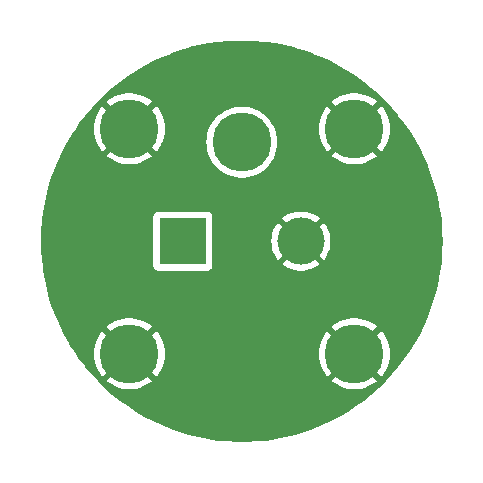
<source format=gbr>
%TF.GenerationSoftware,KiCad,Pcbnew,7.0.11+dfsg-1build4*%
%TF.CreationDate,2025-06-01T15:33:28-04:00*%
%TF.ProjectId,tek-cap-pcb,74656b2d-6361-4702-9d70-63622e6b6963,A*%
%TF.SameCoordinates,Original*%
%TF.FileFunction,Copper,L1,Top*%
%TF.FilePolarity,Positive*%
%FSLAX46Y46*%
G04 Gerber Fmt 4.6, Leading zero omitted, Abs format (unit mm)*
G04 Created by KiCad (PCBNEW 7.0.11+dfsg-1build4) date 2025-06-01 15:33:28*
%MOMM*%
%LPD*%
G01*
G04 APERTURE LIST*
%TA.AperFunction,ComponentPad*%
%ADD10R,4.000000X4.000000*%
%TD*%
%TA.AperFunction,ComponentPad*%
%ADD11C,4.000000*%
%TD*%
%TA.AperFunction,ComponentPad*%
%ADD12C,5.000000*%
%TD*%
G04 APERTURE END LIST*
D10*
%TO.P,C1,1*%
%TO.N,Earth*%
X122000000Y-101600000D03*
D11*
%TO.P,C1,2*%
%TO.N,-26V*%
X132000000Y-101600000D03*
%TD*%
D12*
%TO.P,H5,1,1*%
%TO.N,-26V*%
X136525000Y-111125000D03*
%TD*%
%TO.P,H4,1,1*%
%TO.N,-26V*%
X117475000Y-111125000D03*
%TD*%
%TO.P,H3,1,1*%
%TO.N,-26V*%
X136525000Y-92075000D03*
%TD*%
%TO.P,H2,1,1*%
%TO.N,-26V*%
X117475000Y-92075000D03*
%TD*%
%TO.P,H1,1,1*%
%TO.N,Earth*%
X127000000Y-93218000D03*
%TD*%
%TA.AperFunction,Conductor*%
%TO.N,-26V*%
G36*
X127413769Y-84605608D02*
G01*
X128228362Y-84645010D01*
X128234333Y-84645443D01*
X128761004Y-84696513D01*
X129046072Y-84724155D01*
X129052023Y-84724877D01*
X129859029Y-84842717D01*
X129864922Y-84843723D01*
X130665281Y-85000414D01*
X130671131Y-85001706D01*
X131463005Y-85196886D01*
X131468772Y-85198456D01*
X131859514Y-85315056D01*
X132250248Y-85431654D01*
X132255947Y-85433505D01*
X133025272Y-85704194D01*
X133030876Y-85706319D01*
X133786235Y-86013866D01*
X133791728Y-86016259D01*
X134531320Y-86359928D01*
X134536655Y-86362565D01*
X135258848Y-86741601D01*
X135264059Y-86744499D01*
X135814701Y-87068355D01*
X135967032Y-87157948D01*
X135972123Y-87161110D01*
X136654315Y-87608047D01*
X136659246Y-87611451D01*
X137319023Y-88090807D01*
X137323785Y-88094445D01*
X137959669Y-88605147D01*
X137964249Y-88609012D01*
X138574704Y-89149828D01*
X138579058Y-89153877D01*
X139162676Y-89723558D01*
X139166855Y-89727839D01*
X139722279Y-90325064D01*
X139726233Y-90329528D01*
X140252133Y-90952864D01*
X140255881Y-90957529D01*
X140721140Y-91566402D01*
X140751067Y-91605567D01*
X140754589Y-91610415D01*
X141217873Y-92281597D01*
X141221157Y-92286610D01*
X141651469Y-92979386D01*
X141654507Y-92984551D01*
X142050851Y-93697315D01*
X142053636Y-93702621D01*
X142415086Y-94433713D01*
X142417611Y-94439148D01*
X142743306Y-95186822D01*
X142745566Y-95192372D01*
X143034766Y-95954930D01*
X143036755Y-95960583D01*
X143288770Y-96736205D01*
X143290484Y-96741947D01*
X143504738Y-97528865D01*
X143506172Y-97534684D01*
X143682155Y-98331022D01*
X143683306Y-98336903D01*
X143820608Y-99140799D01*
X143821474Y-99146728D01*
X143919779Y-99956344D01*
X143920357Y-99962309D01*
X143979430Y-100775698D01*
X143979720Y-100781684D01*
X143999427Y-101597004D01*
X143999427Y-101602996D01*
X143979720Y-102418315D01*
X143979430Y-102424301D01*
X143920357Y-103237690D01*
X143919779Y-103243655D01*
X143821474Y-104053271D01*
X143820608Y-104059200D01*
X143683306Y-104863096D01*
X143682155Y-104868977D01*
X143506172Y-105665315D01*
X143504738Y-105671134D01*
X143290484Y-106458052D01*
X143288770Y-106463794D01*
X143036755Y-107239416D01*
X143034766Y-107245069D01*
X142745566Y-108007627D01*
X142743306Y-108013177D01*
X142417611Y-108760851D01*
X142415086Y-108766286D01*
X142053636Y-109497378D01*
X142050851Y-109502684D01*
X141654507Y-110215448D01*
X141651469Y-110220613D01*
X141221157Y-110913389D01*
X141217873Y-110918402D01*
X140754589Y-111589584D01*
X140751067Y-111594432D01*
X140255886Y-112242463D01*
X140252133Y-112247135D01*
X139726243Y-112870460D01*
X139722269Y-112874946D01*
X139166862Y-113472153D01*
X139162676Y-113476441D01*
X138579075Y-114046106D01*
X138574687Y-114050187D01*
X137964249Y-114590987D01*
X137959669Y-114594852D01*
X137323785Y-115105554D01*
X137319023Y-115109192D01*
X136659246Y-115588548D01*
X136654315Y-115591952D01*
X135972123Y-116038889D01*
X135967032Y-116042051D01*
X135264072Y-116455492D01*
X135258835Y-116458405D01*
X134536673Y-116837425D01*
X134531301Y-116840080D01*
X133791729Y-117183739D01*
X133786235Y-117186133D01*
X133030876Y-117493680D01*
X133025272Y-117495805D01*
X132255947Y-117766494D01*
X132250248Y-117768345D01*
X131468780Y-118001540D01*
X131462998Y-118003115D01*
X130671132Y-118198292D01*
X130665281Y-118199585D01*
X129864929Y-118356274D01*
X129859022Y-118357283D01*
X129052021Y-118475122D01*
X129046072Y-118475844D01*
X128234336Y-118554555D01*
X128228359Y-118554989D01*
X127413770Y-118594391D01*
X127407779Y-118594536D01*
X126592221Y-118594536D01*
X126586230Y-118594391D01*
X125771640Y-118554989D01*
X125765663Y-118554555D01*
X124953927Y-118475844D01*
X124947978Y-118475122D01*
X124140977Y-118357283D01*
X124135070Y-118356274D01*
X123334718Y-118199585D01*
X123328867Y-118198292D01*
X122537001Y-118003115D01*
X122531219Y-118001540D01*
X121749751Y-117768345D01*
X121744052Y-117766494D01*
X120974727Y-117495805D01*
X120969123Y-117493680D01*
X120213764Y-117186133D01*
X120208270Y-117183739D01*
X119468698Y-116840080D01*
X119463326Y-116837425D01*
X118741164Y-116458405D01*
X118735927Y-116455492D01*
X118032967Y-116042051D01*
X118027876Y-116038889D01*
X117345684Y-115591952D01*
X117340753Y-115588548D01*
X116680976Y-115109192D01*
X116676214Y-115105554D01*
X116040330Y-114594852D01*
X116035750Y-114590987D01*
X115509759Y-114125000D01*
X115425297Y-114050173D01*
X115420939Y-114046120D01*
X114837316Y-113476434D01*
X114833137Y-113472153D01*
X114780666Y-113415733D01*
X114277718Y-112874932D01*
X114273768Y-112870473D01*
X113747856Y-112247123D01*
X113744113Y-112242463D01*
X113713498Y-112202398D01*
X113248925Y-111594422D01*
X113245410Y-111589584D01*
X113165545Y-111473880D01*
X112924733Y-111125003D01*
X114469916Y-111125003D01*
X114490235Y-111473869D01*
X114490236Y-111473880D01*
X114550914Y-111818002D01*
X114550916Y-111818011D01*
X114651145Y-112152800D01*
X114789555Y-112473670D01*
X114789561Y-112473683D01*
X114964289Y-112776322D01*
X115172967Y-113056625D01*
X115181148Y-113065296D01*
X116428664Y-111817780D01*
X116567855Y-111992320D01*
X116737299Y-112140358D01*
X116784808Y-112168743D01*
X115537818Y-113415733D01*
X115537819Y-113415734D01*
X115680484Y-113535445D01*
X115972461Y-113727480D01*
X116284739Y-113884314D01*
X116284745Y-113884316D01*
X116613130Y-114003838D01*
X116613133Y-114003839D01*
X116953171Y-114084429D01*
X117300276Y-114124999D01*
X117300277Y-114125000D01*
X117649723Y-114125000D01*
X117649723Y-114124999D01*
X117996827Y-114084429D01*
X117996829Y-114084429D01*
X118336866Y-114003839D01*
X118336869Y-114003838D01*
X118665254Y-113884316D01*
X118665260Y-113884314D01*
X118977538Y-113727480D01*
X119269509Y-113535449D01*
X119269510Y-113535448D01*
X119412179Y-113415734D01*
X119412180Y-113415733D01*
X118165126Y-112168678D01*
X118300747Y-112070144D01*
X118456239Y-111907512D01*
X118517801Y-111814249D01*
X119768849Y-113065297D01*
X119768851Y-113065296D01*
X119777022Y-113056636D01*
X119777033Y-113056623D01*
X119985710Y-112776322D01*
X120160438Y-112473683D01*
X120160444Y-112473670D01*
X120298854Y-112152800D01*
X120399083Y-111818011D01*
X120399085Y-111818002D01*
X120459763Y-111473880D01*
X120459764Y-111473869D01*
X120480084Y-111125003D01*
X133519916Y-111125003D01*
X133540235Y-111473869D01*
X133540236Y-111473880D01*
X133600914Y-111818002D01*
X133600916Y-111818011D01*
X133701145Y-112152800D01*
X133839555Y-112473670D01*
X133839561Y-112473683D01*
X134014289Y-112776322D01*
X134222967Y-113056625D01*
X134231148Y-113065296D01*
X135478664Y-111817780D01*
X135617855Y-111992320D01*
X135787299Y-112140358D01*
X135834808Y-112168743D01*
X134587818Y-113415733D01*
X134587819Y-113415734D01*
X134730484Y-113535445D01*
X135022461Y-113727480D01*
X135334739Y-113884314D01*
X135334745Y-113884316D01*
X135663130Y-114003838D01*
X135663133Y-114003839D01*
X136003171Y-114084429D01*
X136350276Y-114124999D01*
X136350277Y-114125000D01*
X136699723Y-114125000D01*
X136699723Y-114124999D01*
X137046827Y-114084429D01*
X137046829Y-114084429D01*
X137386866Y-114003839D01*
X137386869Y-114003838D01*
X137715254Y-113884316D01*
X137715260Y-113884314D01*
X138027538Y-113727480D01*
X138319509Y-113535449D01*
X138319510Y-113535448D01*
X138462179Y-113415734D01*
X138462180Y-113415733D01*
X137215126Y-112168678D01*
X137350747Y-112070144D01*
X137506239Y-111907512D01*
X137567801Y-111814248D01*
X138818850Y-113065297D01*
X138818851Y-113065296D01*
X138827022Y-113056636D01*
X138827033Y-113056623D01*
X139035710Y-112776322D01*
X139210438Y-112473683D01*
X139210444Y-112473670D01*
X139348854Y-112152800D01*
X139449083Y-111818011D01*
X139449085Y-111818002D01*
X139509763Y-111473880D01*
X139509764Y-111473869D01*
X139530084Y-111125003D01*
X139530084Y-111124996D01*
X139509764Y-110776130D01*
X139509763Y-110776119D01*
X139449085Y-110431997D01*
X139449083Y-110431988D01*
X139348854Y-110097199D01*
X139210444Y-109776329D01*
X139210438Y-109776316D01*
X139035710Y-109473677D01*
X138827032Y-109193374D01*
X138818850Y-109184702D01*
X137571334Y-110432218D01*
X137432145Y-110257680D01*
X137262701Y-110109642D01*
X137215190Y-110081255D01*
X138462180Y-108834265D01*
X138462179Y-108834264D01*
X138319519Y-108714557D01*
X138027538Y-108522519D01*
X137715260Y-108365685D01*
X137715254Y-108365683D01*
X137386869Y-108246161D01*
X137386866Y-108246160D01*
X137046828Y-108165570D01*
X136699723Y-108125000D01*
X136350277Y-108125000D01*
X136003172Y-108165570D01*
X136003170Y-108165570D01*
X135663133Y-108246160D01*
X135663130Y-108246161D01*
X135334745Y-108365683D01*
X135334739Y-108365685D01*
X135022461Y-108522519D01*
X134730480Y-108714557D01*
X134587819Y-108834264D01*
X134587818Y-108834265D01*
X135834874Y-110081321D01*
X135699253Y-110179856D01*
X135543761Y-110342488D01*
X135482198Y-110435751D01*
X134231148Y-109184701D01*
X134231147Y-109184702D01*
X134222976Y-109193363D01*
X134222972Y-109193368D01*
X134014289Y-109473677D01*
X133839561Y-109776316D01*
X133839555Y-109776329D01*
X133701145Y-110097199D01*
X133600916Y-110431988D01*
X133600914Y-110431997D01*
X133540236Y-110776119D01*
X133540235Y-110776130D01*
X133519916Y-111124996D01*
X133519916Y-111125003D01*
X120480084Y-111125003D01*
X120480084Y-111124996D01*
X120459764Y-110776130D01*
X120459763Y-110776119D01*
X120399085Y-110431997D01*
X120399083Y-110431988D01*
X120298854Y-110097199D01*
X120160444Y-109776329D01*
X120160438Y-109776316D01*
X119985710Y-109473677D01*
X119777032Y-109193374D01*
X119768850Y-109184702D01*
X118521334Y-110432217D01*
X118382145Y-110257680D01*
X118212701Y-110109642D01*
X118165190Y-110081255D01*
X119412180Y-108834265D01*
X119412179Y-108834264D01*
X119269519Y-108714557D01*
X118977538Y-108522519D01*
X118665260Y-108365685D01*
X118665254Y-108365683D01*
X118336869Y-108246161D01*
X118336866Y-108246160D01*
X117996828Y-108165570D01*
X117649723Y-108125000D01*
X117300277Y-108125000D01*
X116953172Y-108165570D01*
X116953170Y-108165570D01*
X116613133Y-108246160D01*
X116613130Y-108246161D01*
X116284745Y-108365683D01*
X116284739Y-108365685D01*
X115972461Y-108522519D01*
X115680480Y-108714557D01*
X115537819Y-108834264D01*
X115537818Y-108834265D01*
X116784874Y-110081321D01*
X116649253Y-110179856D01*
X116493761Y-110342488D01*
X116432198Y-110435751D01*
X115181148Y-109184701D01*
X115181147Y-109184702D01*
X115172976Y-109193363D01*
X115172972Y-109193368D01*
X114964289Y-109473677D01*
X114789561Y-109776316D01*
X114789555Y-109776329D01*
X114651145Y-110097199D01*
X114550916Y-110431988D01*
X114550914Y-110431997D01*
X114490236Y-110776119D01*
X114490235Y-110776130D01*
X114469916Y-111124996D01*
X114469916Y-111125003D01*
X112924733Y-111125003D01*
X112782124Y-110918399D01*
X112778842Y-110913389D01*
X112480823Y-110433596D01*
X112348524Y-110220604D01*
X112345492Y-110215448D01*
X112325700Y-110179856D01*
X111949147Y-109502683D01*
X111946363Y-109497378D01*
X111584913Y-108766286D01*
X111582388Y-108760851D01*
X111410249Y-108365685D01*
X111256689Y-108013168D01*
X111254433Y-108007627D01*
X110965233Y-107245069D01*
X110963244Y-107239416D01*
X110711229Y-106463794D01*
X110709515Y-106458052D01*
X110495261Y-105671134D01*
X110493827Y-105665315D01*
X110317844Y-104868977D01*
X110316693Y-104863096D01*
X110186445Y-104100498D01*
X110179389Y-104059191D01*
X110178525Y-104053271D01*
X110177374Y-104043793D01*
X110129300Y-103647870D01*
X119499500Y-103647870D01*
X119499501Y-103647876D01*
X119505908Y-103707483D01*
X119556202Y-103842328D01*
X119556206Y-103842335D01*
X119642452Y-103957544D01*
X119642455Y-103957547D01*
X119757664Y-104043793D01*
X119757671Y-104043797D01*
X119892517Y-104094091D01*
X119892516Y-104094091D01*
X119899444Y-104094835D01*
X119952127Y-104100500D01*
X124047872Y-104100499D01*
X124107483Y-104094091D01*
X124242331Y-104043796D01*
X124357546Y-103957546D01*
X124443796Y-103842331D01*
X124494091Y-103707483D01*
X124500500Y-103647873D01*
X124500500Y-101600005D01*
X129495057Y-101600005D01*
X129514807Y-101913942D01*
X129514808Y-101913949D01*
X129573755Y-102222958D01*
X129670963Y-102522132D01*
X129670965Y-102522137D01*
X129804900Y-102806761D01*
X129804903Y-102806767D01*
X129973457Y-103072367D01*
X129973460Y-103072371D01*
X130064286Y-103182160D01*
X131138349Y-102108097D01*
X131205146Y-102215263D01*
X131345268Y-102362671D01*
X131490085Y-102463466D01*
X130414971Y-103538579D01*
X130414972Y-103538581D01*
X130657772Y-103714985D01*
X130657790Y-103714996D01*
X130933447Y-103866540D01*
X130933455Y-103866544D01*
X131225926Y-103982340D01*
X131530620Y-104060573D01*
X131530629Y-104060575D01*
X131842701Y-104099999D01*
X131842715Y-104100000D01*
X132157285Y-104100000D01*
X132157298Y-104099999D01*
X132469370Y-104060575D01*
X132469379Y-104060573D01*
X132774073Y-103982340D01*
X133066544Y-103866544D01*
X133066552Y-103866540D01*
X133342209Y-103714996D01*
X133342219Y-103714990D01*
X133585026Y-103538579D01*
X133585027Y-103538579D01*
X132508125Y-102461678D01*
X132574214Y-102424996D01*
X132728531Y-102292520D01*
X132853021Y-102131692D01*
X132863625Y-102110073D01*
X133935712Y-103182160D01*
X134026544Y-103072364D01*
X134195096Y-102806767D01*
X134195099Y-102806761D01*
X134329034Y-102522137D01*
X134329036Y-102522132D01*
X134426244Y-102222958D01*
X134485191Y-101913949D01*
X134485192Y-101913942D01*
X134504943Y-101600005D01*
X134504943Y-101599994D01*
X134485192Y-101286057D01*
X134485191Y-101286050D01*
X134426244Y-100977041D01*
X134329036Y-100677867D01*
X134329034Y-100677862D01*
X134195099Y-100393238D01*
X134195096Y-100393232D01*
X134026542Y-100127632D01*
X134026539Y-100127628D01*
X133935712Y-100017838D01*
X132861649Y-101091901D01*
X132794854Y-100984737D01*
X132654732Y-100837329D01*
X132509914Y-100736532D01*
X133585027Y-99661419D01*
X133585026Y-99661417D01*
X133342227Y-99485014D01*
X133342209Y-99485003D01*
X133066552Y-99333459D01*
X133066544Y-99333455D01*
X132774073Y-99217659D01*
X132469379Y-99139426D01*
X132469370Y-99139424D01*
X132157298Y-99100000D01*
X131842701Y-99100000D01*
X131530629Y-99139424D01*
X131530620Y-99139426D01*
X131225926Y-99217659D01*
X130933455Y-99333455D01*
X130933447Y-99333459D01*
X130657787Y-99485004D01*
X130657782Y-99485007D01*
X130414972Y-99661418D01*
X130414971Y-99661419D01*
X131491874Y-100738321D01*
X131425786Y-100775004D01*
X131271469Y-100907480D01*
X131146979Y-101068308D01*
X131136374Y-101089926D01*
X130064286Y-100017838D01*
X130064285Y-100017838D01*
X129973459Y-100127629D01*
X129973457Y-100127632D01*
X129804903Y-100393232D01*
X129804900Y-100393238D01*
X129670965Y-100677862D01*
X129670963Y-100677867D01*
X129573755Y-100977041D01*
X129514808Y-101286050D01*
X129514807Y-101286057D01*
X129495057Y-101599994D01*
X129495057Y-101600005D01*
X124500500Y-101600005D01*
X124500499Y-99552128D01*
X124494091Y-99492517D01*
X124491288Y-99485003D01*
X124443797Y-99357671D01*
X124443793Y-99357664D01*
X124357547Y-99242455D01*
X124357544Y-99242452D01*
X124242335Y-99156206D01*
X124242328Y-99156202D01*
X124107482Y-99105908D01*
X124107483Y-99105908D01*
X124047883Y-99099501D01*
X124047881Y-99099500D01*
X124047873Y-99099500D01*
X124047864Y-99099500D01*
X119952129Y-99099500D01*
X119952123Y-99099501D01*
X119892516Y-99105908D01*
X119757671Y-99156202D01*
X119757664Y-99156206D01*
X119642455Y-99242452D01*
X119642452Y-99242455D01*
X119556206Y-99357664D01*
X119556202Y-99357671D01*
X119505908Y-99492517D01*
X119499501Y-99552116D01*
X119499501Y-99552123D01*
X119499500Y-99552135D01*
X119499500Y-103647870D01*
X110129300Y-103647870D01*
X110080218Y-103243644D01*
X110079642Y-103237690D01*
X110067636Y-103072371D01*
X110020567Y-102424270D01*
X110020280Y-102418346D01*
X110000572Y-101602978D01*
X110000572Y-101597004D01*
X110020280Y-100781651D01*
X110020567Y-100775731D01*
X110079643Y-99962294D01*
X110080220Y-99956344D01*
X110085369Y-99913943D01*
X110178527Y-99146712D01*
X110179391Y-99140799D01*
X110185351Y-99105908D01*
X110316695Y-98336891D01*
X110317844Y-98331022D01*
X110493827Y-97534684D01*
X110495261Y-97528865D01*
X110525654Y-97417238D01*
X110709521Y-96741924D01*
X110711222Y-96736227D01*
X110963252Y-95960558D01*
X110965224Y-95954954D01*
X111254441Y-95192349D01*
X111256683Y-95186845D01*
X111582395Y-94439132D01*
X111584913Y-94433713D01*
X111618522Y-94365734D01*
X111946372Y-93702603D01*
X111949138Y-93697333D01*
X112345508Y-92984523D01*
X112348513Y-92979413D01*
X112778855Y-92286589D01*
X112782111Y-92281619D01*
X112924728Y-92075003D01*
X114469916Y-92075003D01*
X114490235Y-92423869D01*
X114490236Y-92423880D01*
X114550914Y-92768002D01*
X114550916Y-92768011D01*
X114651145Y-93102800D01*
X114789555Y-93423670D01*
X114789561Y-93423683D01*
X114964289Y-93726322D01*
X115172967Y-94006625D01*
X115181148Y-94015296D01*
X116428664Y-92767780D01*
X116567855Y-92942320D01*
X116737299Y-93090358D01*
X116784808Y-93118743D01*
X115537818Y-94365733D01*
X115537819Y-94365734D01*
X115680484Y-94485445D01*
X115972461Y-94677480D01*
X116284739Y-94834314D01*
X116284745Y-94834316D01*
X116613130Y-94953838D01*
X116613133Y-94953839D01*
X116953171Y-95034429D01*
X117300276Y-95074999D01*
X117300277Y-95075000D01*
X117649723Y-95075000D01*
X117649723Y-95074999D01*
X117996827Y-95034429D01*
X117996829Y-95034429D01*
X118336866Y-94953839D01*
X118336869Y-94953838D01*
X118665254Y-94834316D01*
X118665260Y-94834314D01*
X118977538Y-94677480D01*
X119269509Y-94485449D01*
X119269510Y-94485448D01*
X119412179Y-94365734D01*
X119412180Y-94365733D01*
X118165126Y-93118678D01*
X118300747Y-93020144D01*
X118456239Y-92857512D01*
X118517801Y-92764249D01*
X119768849Y-94015297D01*
X119768851Y-94015296D01*
X119777022Y-94006636D01*
X119777033Y-94006623D01*
X119985710Y-93726322D01*
X120160438Y-93423683D01*
X120160444Y-93423670D01*
X120249160Y-93218003D01*
X123994415Y-93218003D01*
X124014738Y-93566927D01*
X124014739Y-93566938D01*
X124075428Y-93911127D01*
X124075430Y-93911134D01*
X124175674Y-94245972D01*
X124314107Y-94566895D01*
X124314113Y-94566908D01*
X124488870Y-94869597D01*
X124697584Y-95149949D01*
X124697589Y-95149955D01*
X124732372Y-95186822D01*
X124937442Y-95404183D01*
X125113903Y-95552251D01*
X125205186Y-95628847D01*
X125205194Y-95628853D01*
X125497203Y-95820911D01*
X125497207Y-95820913D01*
X125809549Y-95977777D01*
X126137989Y-96097319D01*
X126478086Y-96177923D01*
X126825241Y-96218500D01*
X126825248Y-96218500D01*
X127174752Y-96218500D01*
X127174759Y-96218500D01*
X127521914Y-96177923D01*
X127862011Y-96097319D01*
X128190451Y-95977777D01*
X128502793Y-95820913D01*
X128794811Y-95628849D01*
X129062558Y-95404183D01*
X129302412Y-95149953D01*
X129511130Y-94869596D01*
X129685889Y-94566904D01*
X129824326Y-94245971D01*
X129924569Y-93911136D01*
X129985262Y-93566927D01*
X130005585Y-93218000D01*
X129985262Y-92869073D01*
X129985260Y-92869061D01*
X129924571Y-92524872D01*
X129924569Y-92524865D01*
X129852477Y-92284061D01*
X129824326Y-92190029D01*
X129774709Y-92075003D01*
X133519916Y-92075003D01*
X133540235Y-92423869D01*
X133540236Y-92423880D01*
X133600914Y-92768002D01*
X133600916Y-92768011D01*
X133701145Y-93102800D01*
X133839555Y-93423670D01*
X133839561Y-93423683D01*
X134014289Y-93726322D01*
X134222967Y-94006625D01*
X134231148Y-94015296D01*
X135478664Y-92767780D01*
X135617855Y-92942320D01*
X135787299Y-93090358D01*
X135834808Y-93118743D01*
X134587818Y-94365733D01*
X134587819Y-94365734D01*
X134730484Y-94485445D01*
X135022461Y-94677480D01*
X135334739Y-94834314D01*
X135334745Y-94834316D01*
X135663130Y-94953838D01*
X135663133Y-94953839D01*
X136003171Y-95034429D01*
X136350276Y-95074999D01*
X136350277Y-95075000D01*
X136699723Y-95075000D01*
X136699723Y-95074999D01*
X137046827Y-95034429D01*
X137046829Y-95034429D01*
X137386866Y-94953839D01*
X137386869Y-94953838D01*
X137715254Y-94834316D01*
X137715260Y-94834314D01*
X138027538Y-94677480D01*
X138319509Y-94485449D01*
X138319510Y-94485448D01*
X138462179Y-94365734D01*
X138462180Y-94365733D01*
X137215126Y-93118678D01*
X137350747Y-93020144D01*
X137506239Y-92857512D01*
X137567801Y-92764248D01*
X138818850Y-94015297D01*
X138818851Y-94015296D01*
X138827022Y-94006636D01*
X138827033Y-94006623D01*
X139035710Y-93726322D01*
X139210438Y-93423683D01*
X139210444Y-93423670D01*
X139348854Y-93102800D01*
X139449083Y-92768011D01*
X139449085Y-92768002D01*
X139509763Y-92423880D01*
X139509764Y-92423869D01*
X139530084Y-92075003D01*
X139530084Y-92074996D01*
X139509764Y-91726130D01*
X139509763Y-91726119D01*
X139449085Y-91381997D01*
X139449083Y-91381988D01*
X139348854Y-91047199D01*
X139210444Y-90726329D01*
X139210438Y-90726316D01*
X139035710Y-90423677D01*
X138827032Y-90143374D01*
X138818850Y-90134702D01*
X137571334Y-91382218D01*
X137432145Y-91207680D01*
X137262701Y-91059642D01*
X137215190Y-91031255D01*
X138462180Y-89784265D01*
X138462179Y-89784264D01*
X138319519Y-89664557D01*
X138027538Y-89472519D01*
X137715260Y-89315685D01*
X137715254Y-89315683D01*
X137386869Y-89196161D01*
X137386866Y-89196160D01*
X137046828Y-89115570D01*
X136699723Y-89075000D01*
X136350277Y-89075000D01*
X136003172Y-89115570D01*
X136003170Y-89115570D01*
X135663133Y-89196160D01*
X135663130Y-89196161D01*
X135334745Y-89315683D01*
X135334739Y-89315685D01*
X135022461Y-89472519D01*
X134730480Y-89664557D01*
X134587819Y-89784264D01*
X134587818Y-89784265D01*
X135834874Y-91031321D01*
X135699253Y-91129856D01*
X135543761Y-91292488D01*
X135482198Y-91385751D01*
X134231148Y-90134701D01*
X134231147Y-90134702D01*
X134222976Y-90143363D01*
X134222972Y-90143368D01*
X134014289Y-90423677D01*
X133839561Y-90726316D01*
X133839555Y-90726329D01*
X133701145Y-91047199D01*
X133600916Y-91381988D01*
X133600914Y-91381997D01*
X133540236Y-91726119D01*
X133540235Y-91726130D01*
X133519916Y-92074996D01*
X133519916Y-92075003D01*
X129774709Y-92075003D01*
X129685889Y-91869096D01*
X129511130Y-91566404D01*
X129375035Y-91383596D01*
X129302415Y-91286050D01*
X129302410Y-91286044D01*
X129155053Y-91129856D01*
X129062558Y-91031817D01*
X128863963Y-90865176D01*
X128794813Y-90807152D01*
X128794805Y-90807146D01*
X128502796Y-90615088D01*
X128190458Y-90458226D01*
X128190452Y-90458223D01*
X127862012Y-90338681D01*
X127862009Y-90338680D01*
X127521915Y-90258077D01*
X127478519Y-90253004D01*
X127174759Y-90217500D01*
X126825241Y-90217500D01*
X126521480Y-90253004D01*
X126478085Y-90258077D01*
X126478083Y-90258077D01*
X126137990Y-90338680D01*
X126137987Y-90338681D01*
X125809547Y-90458223D01*
X125809541Y-90458226D01*
X125497203Y-90615088D01*
X125205194Y-90807146D01*
X125205186Y-90807152D01*
X124937442Y-91031817D01*
X124937440Y-91031819D01*
X124697589Y-91286044D01*
X124697584Y-91286050D01*
X124488870Y-91566402D01*
X124314113Y-91869091D01*
X124314107Y-91869104D01*
X124175674Y-92190027D01*
X124075430Y-92524865D01*
X124075428Y-92524872D01*
X124014739Y-92869061D01*
X124014738Y-92869072D01*
X123994415Y-93217996D01*
X123994415Y-93218003D01*
X120249160Y-93218003D01*
X120298854Y-93102800D01*
X120399083Y-92768011D01*
X120399085Y-92768002D01*
X120459763Y-92423880D01*
X120459764Y-92423869D01*
X120480084Y-92075003D01*
X120480084Y-92074996D01*
X120459764Y-91726130D01*
X120459763Y-91726119D01*
X120399085Y-91381997D01*
X120399083Y-91381988D01*
X120298854Y-91047199D01*
X120160444Y-90726329D01*
X120160438Y-90726316D01*
X119985710Y-90423677D01*
X119777032Y-90143374D01*
X119768850Y-90134702D01*
X118521334Y-91382217D01*
X118382145Y-91207680D01*
X118212701Y-91059642D01*
X118165190Y-91031255D01*
X119412180Y-89784265D01*
X119412179Y-89784264D01*
X119269519Y-89664557D01*
X118977538Y-89472519D01*
X118665260Y-89315685D01*
X118665254Y-89315683D01*
X118336869Y-89196161D01*
X118336866Y-89196160D01*
X117996828Y-89115570D01*
X117649723Y-89075000D01*
X117300277Y-89075000D01*
X116953172Y-89115570D01*
X116953170Y-89115570D01*
X116613133Y-89196160D01*
X116613130Y-89196161D01*
X116284745Y-89315683D01*
X116284739Y-89315685D01*
X115972461Y-89472519D01*
X115680480Y-89664557D01*
X115537819Y-89784264D01*
X115537818Y-89784265D01*
X116784874Y-91031321D01*
X116649253Y-91129856D01*
X116493761Y-91292488D01*
X116432198Y-91385751D01*
X115181148Y-90134701D01*
X115181147Y-90134702D01*
X115172976Y-90143363D01*
X115172972Y-90143368D01*
X114964289Y-90423677D01*
X114789561Y-90726316D01*
X114789555Y-90726329D01*
X114651145Y-91047199D01*
X114550916Y-91381988D01*
X114550914Y-91381997D01*
X114490236Y-91726119D01*
X114490235Y-91726130D01*
X114469916Y-92074996D01*
X114469916Y-92075003D01*
X112924728Y-92075003D01*
X113245431Y-91610385D01*
X113248910Y-91605596D01*
X113744138Y-90957504D01*
X113747839Y-90952896D01*
X114273786Y-90329505D01*
X114277699Y-90325087D01*
X114833164Y-89727818D01*
X114837296Y-89723585D01*
X115420961Y-89153858D01*
X115425274Y-89149846D01*
X116035767Y-88608996D01*
X116040312Y-88605161D01*
X116676236Y-88094427D01*
X116680952Y-88090824D01*
X117340766Y-87611441D01*
X117345670Y-87608056D01*
X118027890Y-87161101D01*
X118032952Y-87157956D01*
X118735958Y-86744489D01*
X118741133Y-86741610D01*
X119463360Y-86362556D01*
X119468662Y-86359936D01*
X120208286Y-86016252D01*
X120213748Y-86013872D01*
X120969130Y-85706315D01*
X120974719Y-85704196D01*
X121744056Y-85433503D01*
X121749751Y-85431654D01*
X122018097Y-85351578D01*
X122531238Y-85198453D01*
X122536983Y-85196888D01*
X123328876Y-85001704D01*
X123334709Y-85000415D01*
X124135084Y-84843722D01*
X124140963Y-84842718D01*
X124947981Y-84724876D01*
X124953924Y-84724155D01*
X125765669Y-84645443D01*
X125771634Y-84645010D01*
X126586230Y-84605608D01*
X126592221Y-84605464D01*
X127407779Y-84605464D01*
X127413769Y-84605608D01*
G37*
%TD.AperFunction*%
%TD*%
M02*

</source>
